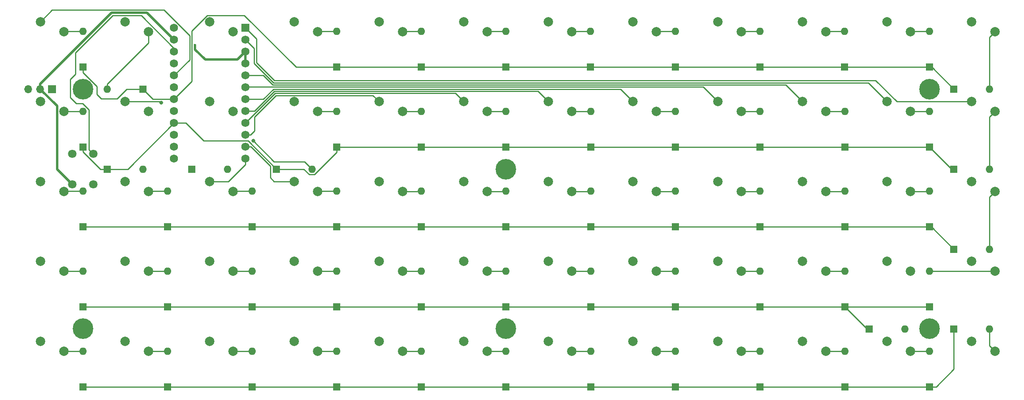
<source format=gbl>
G04 #@! TF.GenerationSoftware,KiCad,Pcbnew,7.0.1*
G04 #@! TF.CreationDate,2023-04-06T13:44:27+02:00*
G04 #@! TF.ProjectId,t-rex,742d7265-782e-46b6-9963-61645f706362,rev?*
G04 #@! TF.SameCoordinates,Original*
G04 #@! TF.FileFunction,Copper,L2,Bot*
G04 #@! TF.FilePolarity,Positive*
%FSLAX46Y46*%
G04 Gerber Fmt 4.6, Leading zero omitted, Abs format (unit mm)*
G04 Created by KiCad (PCBNEW 7.0.1) date 2023-04-06 13:44:27*
%MOMM*%
%LPD*%
G01*
G04 APERTURE LIST*
G04 #@! TA.AperFunction,ComponentPad*
%ADD10R,1.600000X1.600000*%
G04 #@! TD*
G04 #@! TA.AperFunction,ComponentPad*
%ADD11O,1.600000X1.600000*%
G04 #@! TD*
G04 #@! TA.AperFunction,ComponentPad*
%ADD12C,2.000000*%
G04 #@! TD*
G04 #@! TA.AperFunction,ComponentPad*
%ADD13R,1.700000X1.700000*%
G04 #@! TD*
G04 #@! TA.AperFunction,ComponentPad*
%ADD14O,1.700000X1.700000*%
G04 #@! TD*
G04 #@! TA.AperFunction,ComponentPad*
%ADD15C,4.400000*%
G04 #@! TD*
G04 #@! TA.AperFunction,ComponentPad*
%ADD16C,1.800000*%
G04 #@! TD*
G04 #@! TA.AperFunction,ComponentPad*
%ADD17R,1.752600X1.752600*%
G04 #@! TD*
G04 #@! TA.AperFunction,ComponentPad*
%ADD18C,1.752600*%
G04 #@! TD*
G04 #@! TA.AperFunction,ViaPad*
%ADD19C,0.800000*%
G04 #@! TD*
G04 #@! TA.AperFunction,ViaPad*
%ADD20C,0.600000*%
G04 #@! TD*
G04 #@! TA.AperFunction,Conductor*
%ADD21C,0.250000*%
G04 #@! TD*
G04 #@! TA.AperFunction,Conductor*
%ADD22C,0.508000*%
G04 #@! TD*
G04 APERTURE END LIST*
D10*
X64816199Y-43230000D03*
D11*
X57196199Y-43230000D03*
D12*
X205441239Y-79987500D03*
X210441239Y-82087500D03*
D10*
X232525000Y-38510000D03*
D11*
X232525000Y-30890000D03*
D12*
X61006199Y-79987500D03*
X66006199Y-82087500D03*
D13*
X45476819Y-43250000D03*
D14*
X42936819Y-43250000D03*
X40396819Y-43250000D03*
D10*
X232549999Y-72635000D03*
D11*
X232549999Y-65015000D03*
D12*
X151278099Y-28800000D03*
X156278099Y-30900000D03*
D10*
X196400000Y-72635000D03*
D11*
X196400000Y-65015000D03*
D15*
X142250000Y-60325000D03*
D10*
X232549999Y-106760000D03*
D11*
X232549999Y-99140000D03*
D12*
X241549999Y-79987500D03*
X246549999Y-82087500D03*
D10*
X106169339Y-55572500D03*
D11*
X106169339Y-47952500D03*
D12*
X151278099Y-45862500D03*
X156278099Y-47962500D03*
D10*
X160300000Y-89697500D03*
D11*
X160300000Y-82077500D03*
D10*
X142250000Y-89697500D03*
D11*
X142250000Y-82077500D03*
D12*
X97114959Y-45862500D03*
X102114959Y-47962500D03*
X133223719Y-97050000D03*
X138223719Y-99150000D03*
X133223719Y-79987500D03*
X138223719Y-82087500D03*
D10*
X106125000Y-38510000D03*
D11*
X106125000Y-30890000D03*
D12*
X151278099Y-79987500D03*
X156278099Y-82087500D03*
X169332479Y-45862500D03*
X174332479Y-47962500D03*
X115169339Y-45862500D03*
X120169339Y-47962500D03*
D10*
X124200000Y-89697500D03*
D11*
X124200000Y-82077500D03*
D12*
X169332479Y-79987500D03*
X174332479Y-82087500D03*
D15*
X52006199Y-94387500D03*
D10*
X124200000Y-106760000D03*
D11*
X124200000Y-99140000D03*
D10*
X178350000Y-106760000D03*
D11*
X178350000Y-99140000D03*
D12*
X61006199Y-62925000D03*
X66006199Y-65025000D03*
X187386859Y-45862500D03*
X192386859Y-47962500D03*
D10*
X214425000Y-38510000D03*
D11*
X214425000Y-30890000D03*
D10*
X237739999Y-94425000D03*
D11*
X245359999Y-94425000D03*
D10*
X70060579Y-106760000D03*
D11*
X70060579Y-99140000D03*
D12*
X169332479Y-28800000D03*
X174332479Y-30900000D03*
D10*
X196400000Y-89697500D03*
D11*
X196400000Y-82077500D03*
D12*
X115169339Y-28800000D03*
X120169339Y-30900000D03*
X192386859Y-82087500D03*
X187386859Y-79987500D03*
D10*
X70060579Y-89697500D03*
D11*
X70060579Y-82077500D03*
D10*
X178350000Y-72635000D03*
D11*
X178350000Y-65015000D03*
D10*
X142225000Y-38510000D03*
D11*
X142225000Y-30890000D03*
D10*
X196375000Y-38510000D03*
D11*
X196375000Y-30890000D03*
D10*
X57196199Y-60300000D03*
D11*
X64816199Y-60300000D03*
D12*
X79060579Y-62925000D03*
X84060579Y-65025000D03*
X223495619Y-62925000D03*
X228495619Y-65025000D03*
D10*
X219685619Y-94475000D03*
D11*
X227305619Y-94475000D03*
D12*
X151278099Y-97050000D03*
X156278099Y-99150000D03*
D10*
X52050000Y-72635000D03*
D11*
X52050000Y-65015000D03*
D10*
X214500000Y-89697500D03*
D11*
X214500000Y-82077500D03*
D12*
X223495619Y-97050000D03*
X228495619Y-99150000D03*
D10*
X237739999Y-60325000D03*
D11*
X245359999Y-60325000D03*
D12*
X133223719Y-28800000D03*
X138223719Y-30900000D03*
X223495619Y-28800000D03*
X228495619Y-30900000D03*
X205441239Y-28800000D03*
X210441239Y-30900000D03*
X61006199Y-28800000D03*
X66006199Y-30900000D03*
X79060579Y-97050000D03*
X84060579Y-99150000D03*
D10*
X124194339Y-38510000D03*
D11*
X124194339Y-30890000D03*
D10*
X106169339Y-106760000D03*
D11*
X106169339Y-99140000D03*
D12*
X79060579Y-79987500D03*
X84060579Y-82087500D03*
X115169339Y-62925000D03*
X120169339Y-65025000D03*
X61006199Y-45862500D03*
X66006199Y-47962500D03*
X205441239Y-97050000D03*
X210441239Y-99150000D03*
X42951819Y-79987500D03*
X47951819Y-82087500D03*
D15*
X232549999Y-94387500D03*
D10*
X214500000Y-55572500D03*
D11*
X214500000Y-47952500D03*
D15*
X142250000Y-94387500D03*
D10*
X52050000Y-55572500D03*
D11*
X52050000Y-47952500D03*
D12*
X241549999Y-28800000D03*
X246549999Y-30900000D03*
X42951819Y-28800000D03*
X47951819Y-30900000D03*
D10*
X52050000Y-106760000D03*
D11*
X52050000Y-99140000D03*
D10*
X178350000Y-55572500D03*
D11*
X178350000Y-47952500D03*
D12*
X115169339Y-79987500D03*
X120169339Y-82087500D03*
D10*
X160300000Y-72635000D03*
D11*
X160300000Y-65015000D03*
D10*
X93304959Y-60300000D03*
D11*
X100924959Y-60300000D03*
D12*
X223495619Y-79987500D03*
X228495619Y-82087500D03*
X205441239Y-62925000D03*
X210441239Y-65025000D03*
D10*
X142250000Y-72635000D03*
D11*
X142250000Y-65015000D03*
D10*
X70060579Y-72635000D03*
D11*
X70060579Y-65015000D03*
D10*
X88100000Y-106760000D03*
D11*
X88100000Y-99140000D03*
D10*
X196400000Y-55572500D03*
D11*
X196400000Y-47952500D03*
D10*
X142250000Y-106760000D03*
D11*
X142250000Y-99140000D03*
D10*
X75250579Y-60300000D03*
D11*
X82870579Y-60300000D03*
D12*
X241549999Y-62925000D03*
X246549999Y-65025000D03*
X187386859Y-28800000D03*
X192386859Y-30900000D03*
D10*
X52050000Y-89697500D03*
D11*
X52050000Y-82077500D03*
D10*
X178325000Y-38510000D03*
D11*
X178325000Y-30890000D03*
D12*
X241549999Y-45862500D03*
X246549999Y-47962500D03*
X42951819Y-62925000D03*
X47951819Y-65025000D03*
X97114959Y-28800000D03*
X102114959Y-30900000D03*
X151278099Y-62925000D03*
X156278099Y-65025000D03*
X61006199Y-97050000D03*
X66006199Y-99150000D03*
X42951819Y-97050000D03*
X47951819Y-99150000D03*
X133223719Y-62925000D03*
X138223719Y-65025000D03*
D10*
X124200000Y-72635000D03*
D11*
X124200000Y-65015000D03*
D12*
X187386859Y-62925000D03*
X192386859Y-65025000D03*
X133223719Y-45862500D03*
X138223719Y-47962500D03*
D10*
X124200000Y-55572500D03*
D11*
X124200000Y-47952500D03*
D12*
X241549999Y-97050000D03*
X246549999Y-99150000D03*
D10*
X160300000Y-55572500D03*
D11*
X160300000Y-47952500D03*
D10*
X214500000Y-106760000D03*
D11*
X214500000Y-99140000D03*
D15*
X52006199Y-43200000D03*
D10*
X214500000Y-72635000D03*
D11*
X214500000Y-65015000D03*
D10*
X106169339Y-89697500D03*
D11*
X106169339Y-82077500D03*
D10*
X88100000Y-72635000D03*
D11*
X88100000Y-65015000D03*
D12*
X97114959Y-79987500D03*
X102114959Y-82087500D03*
D10*
X237739999Y-77387500D03*
D11*
X245359999Y-77387500D03*
D12*
X115169339Y-97050000D03*
X120169339Y-99150000D03*
D10*
X160275000Y-38510000D03*
D11*
X160275000Y-30890000D03*
D10*
X160300000Y-106760000D03*
D11*
X160300000Y-99140000D03*
D10*
X52050000Y-38510000D03*
D11*
X52050000Y-30890000D03*
D10*
X196400000Y-106760000D03*
D11*
X196400000Y-99140000D03*
D10*
X237739999Y-43225000D03*
D11*
X245359999Y-43225000D03*
D10*
X106169339Y-72635000D03*
D11*
X106169339Y-65015000D03*
D10*
X88100000Y-89697500D03*
D11*
X88100000Y-82077500D03*
D15*
X232549999Y-43200000D03*
D10*
X142250000Y-55572500D03*
D11*
X142250000Y-47952500D03*
D12*
X97114959Y-62925000D03*
X102114959Y-65025000D03*
X169332479Y-97050000D03*
X174332479Y-99150000D03*
D10*
X232549999Y-55572500D03*
D11*
X232549999Y-47952500D03*
D10*
X178350000Y-89697500D03*
D11*
X178350000Y-82077500D03*
D12*
X223495619Y-45862500D03*
X228495619Y-47962500D03*
D10*
X232549999Y-89697500D03*
D11*
X232549999Y-82077500D03*
D12*
X42951819Y-45862500D03*
X47951819Y-47962500D03*
X187386859Y-97050000D03*
X192386859Y-99150000D03*
X79060579Y-45862500D03*
X84060579Y-47962500D03*
X97114959Y-97050000D03*
X102114959Y-99150000D03*
X79060579Y-28800000D03*
X84060579Y-30900000D03*
X205441239Y-45862500D03*
X210441239Y-47962500D03*
X169332479Y-62925000D03*
X174332479Y-65025000D03*
D16*
X54229009Y-57043750D03*
X49729009Y-63543750D03*
X49729009Y-57043750D03*
X54229009Y-63543750D03*
D17*
X86680579Y-30116750D03*
D18*
X86680579Y-32656750D03*
X86680579Y-35196750D03*
X86680579Y-37736750D03*
X86680579Y-40276750D03*
X86680579Y-42816750D03*
X86680579Y-45356750D03*
X86680579Y-47896750D03*
X86680579Y-50436750D03*
X86680579Y-52976750D03*
X86680579Y-55516750D03*
X86680579Y-58056750D03*
X71440579Y-58056750D03*
X71440579Y-55516750D03*
X71440579Y-52976750D03*
X71440579Y-50436750D03*
X71440579Y-47896750D03*
X71440579Y-45356750D03*
X71440579Y-42816750D03*
X71440579Y-40276750D03*
X71440579Y-37736750D03*
X71440579Y-35196750D03*
X71440579Y-32656750D03*
X71440579Y-30116750D03*
D19*
X68725000Y-46081250D03*
D20*
X75950000Y-33825000D03*
D19*
X88325000Y-54250000D03*
D21*
X69339724Y-26317000D02*
X45434819Y-26317000D01*
X74785580Y-31762856D02*
X69339724Y-26317000D01*
X71440579Y-40276750D02*
X74785580Y-36931749D01*
X45434819Y-26317000D02*
X42951819Y-28800000D01*
X74785580Y-36931749D02*
X74785580Y-31762856D01*
X68506250Y-45862500D02*
X68725000Y-46081250D01*
X61006199Y-45862500D02*
X68506250Y-45862500D01*
X83051604Y-62925000D02*
X86680579Y-59296025D01*
X86680579Y-59296025D02*
X86680579Y-58056750D01*
X79060579Y-62925000D02*
X83051604Y-62925000D01*
X92800000Y-62925000D02*
X91971781Y-62096781D01*
X91971781Y-62096781D02*
X91971781Y-59603218D01*
X87885313Y-55516750D02*
X86680579Y-55516750D01*
X91971781Y-59603218D02*
X87885313Y-55516750D01*
X97114959Y-62925000D02*
X92800000Y-62925000D01*
X93216225Y-44537500D02*
X88625000Y-49128725D01*
X87773250Y-52976750D02*
X86680579Y-52976750D01*
X88625000Y-52125000D02*
X87773250Y-52976750D01*
X115169339Y-45862500D02*
X113844339Y-44537500D01*
X113844339Y-44537500D02*
X93216225Y-44537500D01*
X88625000Y-49128725D02*
X88625000Y-52125000D01*
X131448719Y-44087500D02*
X93029829Y-44087500D01*
X133223719Y-45862500D02*
X131448719Y-44087500D01*
X93029829Y-44087500D02*
X86680579Y-50436750D01*
X88584183Y-47896750D02*
X86680579Y-47896750D01*
X149053099Y-43637500D02*
X92843433Y-43637500D01*
X92843433Y-43637500D02*
X88584183Y-47896750D01*
X151278099Y-45862500D02*
X149053099Y-43637500D01*
X166657479Y-43187500D02*
X169332479Y-45862500D01*
X86680579Y-45356750D02*
X90487787Y-45356750D01*
X92657037Y-43187500D02*
X166657479Y-43187500D01*
X90487787Y-45356750D02*
X92657037Y-43187500D01*
X86759829Y-42737500D02*
X184261859Y-42737500D01*
X86680579Y-42816750D02*
X86759829Y-42737500D01*
X184261859Y-42737500D02*
X187386859Y-45862500D01*
X90475000Y-40275000D02*
X92487500Y-42287500D01*
X201866239Y-42287500D02*
X205441239Y-45862500D01*
X86680579Y-40276750D02*
X90473250Y-40276750D01*
X92487500Y-42287500D02*
X201866239Y-42287500D01*
X90473250Y-40276750D02*
X90475000Y-40275000D01*
X92673896Y-41837500D02*
X219470619Y-41837500D01*
X88550000Y-37713604D02*
X92673896Y-41837500D01*
X88550000Y-34525000D02*
X88550000Y-37713604D01*
X86680579Y-32656750D02*
X87950000Y-33926171D01*
X87950000Y-33926171D02*
X87951171Y-33926171D01*
X219470619Y-41837500D02*
X223495619Y-45862500D01*
X87951171Y-33926171D02*
X88550000Y-34525000D01*
X230800000Y-45875000D02*
X225600000Y-45875000D01*
X89000000Y-32436171D02*
X86680579Y-30116750D01*
X92822792Y-41350000D02*
X89000000Y-37527208D01*
X241549999Y-45862500D02*
X230812500Y-45862500D01*
X221075000Y-41350000D02*
X92822792Y-41350000D01*
X225600000Y-45875000D02*
X221075000Y-41350000D01*
X230812500Y-45862500D02*
X230800000Y-45875000D01*
X89000000Y-37527208D02*
X89000000Y-32436171D01*
D22*
X46497819Y-60312560D02*
X46497819Y-46811000D01*
X65679829Y-26896000D02*
X71440579Y-32656750D01*
X84973328Y-36904001D02*
X78104001Y-36904001D01*
X78104001Y-36904001D02*
X75950000Y-34750000D01*
X86680579Y-35196750D02*
X86680579Y-37736750D01*
X58170666Y-26896000D02*
X65679829Y-26896000D01*
X86680579Y-35196750D02*
X84973328Y-36904001D01*
X46497819Y-46811000D02*
X42936819Y-43250000D01*
X49729009Y-63543750D02*
X46497819Y-60312560D01*
X42936819Y-43250000D02*
X42936819Y-42129847D01*
X75950000Y-34750000D02*
X75950000Y-33825000D01*
X42936819Y-42129847D02*
X58170666Y-26896000D01*
D21*
X78511746Y-27475000D02*
X78675000Y-27475000D01*
X97476429Y-38510000D02*
X86441429Y-27475000D01*
X75235580Y-41561749D02*
X75235580Y-30751166D01*
X52050000Y-38510000D02*
X52050000Y-39672911D01*
X233024999Y-38510000D02*
X237739999Y-43225000D01*
X232525000Y-38510000D02*
X106125000Y-38510000D01*
X71440579Y-45356750D02*
X75235580Y-41561749D01*
X61345000Y-43230000D02*
X64816199Y-43230000D01*
X106125000Y-38510000D02*
X97476429Y-38510000D01*
X55975000Y-45225000D02*
X59350000Y-45225000D01*
X59350000Y-45225000D02*
X61345000Y-43230000D01*
X66942949Y-45356750D02*
X64816199Y-43230000D01*
X86441429Y-27475000D02*
X78675000Y-27475000D01*
X55025000Y-42647911D02*
X55025000Y-44275000D01*
X55025000Y-44275000D02*
X55975000Y-45225000D01*
X71440579Y-45356750D02*
X66942949Y-45356750D01*
X52050000Y-39672911D02*
X55025000Y-42647911D01*
X75235580Y-30751166D02*
X78511746Y-27475000D01*
X101400000Y-61425000D02*
X100275000Y-61425000D01*
X57196199Y-60300000D02*
X55752847Y-60300000D01*
X106169339Y-55572500D02*
X106169339Y-56655661D01*
X232549999Y-55572500D02*
X106169339Y-55572500D01*
X237302499Y-60325000D02*
X232549999Y-55572500D01*
X93304959Y-60300000D02*
X87254959Y-54250000D01*
X61577329Y-60300000D02*
X71440579Y-50436750D01*
X106169339Y-56655661D02*
X101400000Y-61425000D01*
X73967243Y-50436750D02*
X71440579Y-50436750D01*
X100275000Y-61425000D02*
X99150000Y-60300000D01*
X52050000Y-56597153D02*
X52050000Y-55572500D01*
X77780493Y-54250000D02*
X73967243Y-50436750D01*
X99150000Y-60300000D02*
X93304959Y-60300000D01*
X55752847Y-60300000D02*
X52050000Y-56597153D01*
X237739999Y-60325000D02*
X237302499Y-60325000D01*
X87254959Y-54250000D02*
X77780493Y-54250000D01*
X57196199Y-60300000D02*
X61577329Y-60300000D01*
X232549999Y-72635000D02*
X52050000Y-72635000D01*
X232549999Y-72635000D02*
X232987499Y-72635000D01*
X232987499Y-72635000D02*
X237739999Y-77387500D01*
X219277500Y-94475000D02*
X214500000Y-89697500D01*
X219685619Y-94475000D02*
X219277500Y-94475000D01*
X232549999Y-89697500D02*
X52050000Y-89697500D01*
X233972413Y-106760000D02*
X232549999Y-106760000D01*
X237739999Y-94425000D02*
X237739999Y-102992414D01*
X232549999Y-106760000D02*
X52050000Y-106760000D01*
X237739999Y-102992414D02*
X233972413Y-106760000D01*
X66006199Y-33288630D02*
X66006199Y-30900000D01*
X57196199Y-43230000D02*
X57196199Y-42098630D01*
X57196199Y-42098630D02*
X66006199Y-33288630D01*
X174342479Y-30890000D02*
X174332479Y-30900000D01*
X178325000Y-30890000D02*
X174342479Y-30890000D01*
X92775000Y-58700000D02*
X88325000Y-54250000D01*
X99324959Y-58700000D02*
X98400000Y-58700000D01*
X98400000Y-58700000D02*
X92775000Y-58700000D01*
X100924959Y-60300000D02*
X99324959Y-58700000D01*
X106169339Y-47952500D02*
X102124959Y-47952500D01*
X102124959Y-47952500D02*
X102114959Y-47962500D01*
X124200000Y-47952500D02*
X120179339Y-47952500D01*
X120179339Y-47952500D02*
X120169339Y-47962500D01*
X138233719Y-47952500D02*
X138223719Y-47962500D01*
X142250000Y-47952500D02*
X138233719Y-47952500D01*
X156288099Y-47952500D02*
X156278099Y-47962500D01*
X160300000Y-47952500D02*
X156288099Y-47952500D01*
X178340000Y-47962500D02*
X178350000Y-47952500D01*
X174332479Y-47962500D02*
X178340000Y-47962500D01*
X196390000Y-47962500D02*
X196400000Y-47952500D01*
X192386859Y-47962500D02*
X196390000Y-47962500D01*
X214490000Y-47962500D02*
X214500000Y-47952500D01*
X210441239Y-47962500D02*
X214490000Y-47962500D01*
X228495619Y-47962500D02*
X232539999Y-47962500D01*
X232539999Y-47962500D02*
X232549999Y-47952500D01*
X245359999Y-49152500D02*
X245359999Y-60325000D01*
X246549999Y-47962500D02*
X245359999Y-49152500D01*
X52050000Y-65015000D02*
X47961819Y-65015000D01*
X47961819Y-65015000D02*
X47951819Y-65025000D01*
X66016199Y-65015000D02*
X66006199Y-65025000D01*
X70060579Y-65015000D02*
X66016199Y-65015000D01*
X84070579Y-65015000D02*
X84060579Y-65025000D01*
X88100000Y-65015000D02*
X84070579Y-65015000D01*
X106169339Y-65015000D02*
X102124959Y-65015000D01*
X102124959Y-65015000D02*
X102114959Y-65025000D01*
X124190000Y-65025000D02*
X124200000Y-65015000D01*
X120169339Y-65025000D02*
X124190000Y-65025000D01*
X142240000Y-65025000D02*
X142250000Y-65015000D01*
X138223719Y-65025000D02*
X142240000Y-65025000D01*
X160290000Y-65025000D02*
X160300000Y-65015000D01*
X156278099Y-65025000D02*
X160290000Y-65025000D01*
X178340000Y-65025000D02*
X178350000Y-65015000D01*
X174332479Y-65025000D02*
X178340000Y-65025000D01*
X192386859Y-65025000D02*
X196390000Y-65025000D01*
X196390000Y-65025000D02*
X196400000Y-65015000D01*
X210441239Y-65025000D02*
X214490000Y-65025000D01*
X214490000Y-65025000D02*
X214500000Y-65015000D01*
X228495619Y-65025000D02*
X232539999Y-65025000D01*
X232539999Y-65025000D02*
X232549999Y-65015000D01*
X245359999Y-66215000D02*
X245359999Y-77387500D01*
X246549999Y-65025000D02*
X245359999Y-66215000D01*
X47961819Y-82077500D02*
X47951819Y-82087500D01*
X52050000Y-82077500D02*
X47961819Y-82077500D01*
X66016199Y-82077500D02*
X66006199Y-82087500D01*
X70060579Y-82077500D02*
X66016199Y-82077500D01*
X84070579Y-82077500D02*
X84060579Y-82087500D01*
X88100000Y-82077500D02*
X84070579Y-82077500D01*
X106169339Y-82077500D02*
X102124959Y-82077500D01*
X102124959Y-82077500D02*
X102114959Y-82087500D01*
X120179339Y-82077500D02*
X120169339Y-82087500D01*
X124200000Y-82077500D02*
X120179339Y-82077500D01*
X138223719Y-82087500D02*
X142240000Y-82087500D01*
X142240000Y-82087500D02*
X142250000Y-82077500D01*
X160290000Y-82087500D02*
X160300000Y-82077500D01*
X156278099Y-82087500D02*
X160290000Y-82087500D01*
X178340000Y-82087500D02*
X178350000Y-82077500D01*
X174332479Y-82087500D02*
X178340000Y-82087500D01*
X196390000Y-82087500D02*
X196400000Y-82077500D01*
X192386859Y-82087500D02*
X196390000Y-82087500D01*
X210441239Y-82087500D02*
X214490000Y-82087500D01*
X214490000Y-82087500D02*
X214500000Y-82077500D01*
X232549999Y-82077500D02*
X246539999Y-82077500D01*
X246539999Y-82077500D02*
X246549999Y-82087500D01*
X47961819Y-99140000D02*
X47951819Y-99150000D01*
X52050000Y-99140000D02*
X47961819Y-99140000D01*
X66016199Y-99140000D02*
X66006199Y-99150000D01*
X70060579Y-99140000D02*
X66016199Y-99140000D01*
X84070579Y-99140000D02*
X84060579Y-99150000D01*
X88100000Y-99140000D02*
X84070579Y-99140000D01*
X106169339Y-99140000D02*
X102124959Y-99140000D01*
X102124959Y-99140000D02*
X102114959Y-99150000D01*
X124200000Y-99140000D02*
X120179339Y-99140000D01*
X120179339Y-99140000D02*
X120169339Y-99150000D01*
X138233719Y-99140000D02*
X138223719Y-99150000D01*
X142250000Y-99140000D02*
X138233719Y-99140000D01*
X160300000Y-99140000D02*
X156288099Y-99140000D01*
X156288099Y-99140000D02*
X156278099Y-99150000D01*
X178350000Y-99140000D02*
X174342479Y-99140000D01*
X174342479Y-99140000D02*
X174332479Y-99150000D01*
X192396859Y-99140000D02*
X192386859Y-99150000D01*
X196400000Y-99140000D02*
X192396859Y-99140000D01*
X214500000Y-99140000D02*
X210451239Y-99140000D01*
X210451239Y-99140000D02*
X210441239Y-99150000D01*
X232549999Y-99140000D02*
X228505619Y-99140000D01*
X228505619Y-99140000D02*
X228495619Y-99150000D01*
X245359999Y-97960000D02*
X246549999Y-99150000D01*
X245359999Y-94425000D02*
X245359999Y-97960000D01*
X58410496Y-27475000D02*
X64455032Y-27475000D01*
X49325000Y-45000000D02*
X49325000Y-41125000D01*
X49325000Y-41125000D02*
X50450000Y-40000000D01*
X54229009Y-57043750D02*
X53325000Y-56139741D01*
X53325000Y-47636509D02*
X51963491Y-46275000D01*
X53325000Y-56139741D02*
X53325000Y-47636509D01*
X50600000Y-46275000D02*
X49325000Y-45000000D01*
X64455032Y-27475000D02*
X71440579Y-34460547D01*
X50450000Y-40000000D02*
X50450000Y-35435496D01*
X71440579Y-34460547D02*
X71440579Y-35196750D01*
X50450000Y-35435496D02*
X58410496Y-27475000D01*
X51963491Y-46275000D02*
X50600000Y-46275000D01*
X47961819Y-30890000D02*
X47951819Y-30900000D01*
X52050000Y-30890000D02*
X47961819Y-30890000D01*
X106125000Y-30890000D02*
X102124959Y-30890000D01*
X102124959Y-30890000D02*
X102114959Y-30900000D01*
X120179339Y-30890000D02*
X120169339Y-30900000D01*
X124194339Y-30890000D02*
X120179339Y-30890000D01*
X138233719Y-30890000D02*
X138223719Y-30900000D01*
X142225000Y-30890000D02*
X138233719Y-30890000D01*
X156288099Y-30890000D02*
X156278099Y-30900000D01*
X160275000Y-30890000D02*
X156288099Y-30890000D01*
X196375000Y-30890000D02*
X192396859Y-30890000D01*
X192396859Y-30890000D02*
X192386859Y-30900000D01*
X210451239Y-30890000D02*
X210441239Y-30900000D01*
X214425000Y-30890000D02*
X210451239Y-30890000D01*
X232525000Y-30890000D02*
X228505619Y-30890000D01*
X228505619Y-30890000D02*
X228495619Y-30900000D01*
X245359999Y-32090000D02*
X245359999Y-43225000D01*
X246549999Y-30900000D02*
X245359999Y-32090000D01*
X47961819Y-47952500D02*
X47951819Y-47962500D01*
X52050000Y-47952500D02*
X47961819Y-47952500D01*
M02*

</source>
